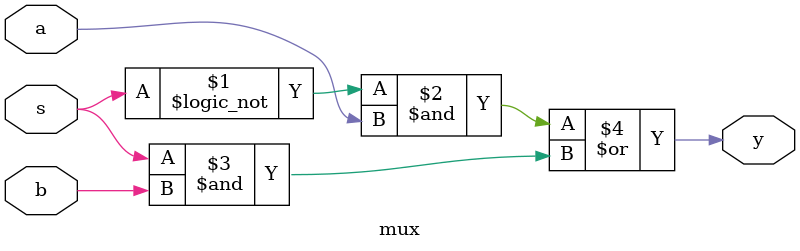
<source format=v>

module mux( a,b,s,y);

input a,b;

input s;

output y;

assign y = (!s&a) | (s&b);

endmodule
</source>
